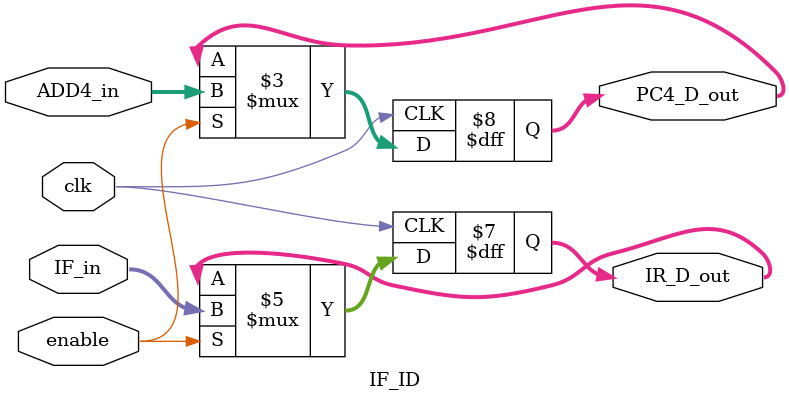
<source format=v>
`timescale 1ns / 1ps
module IF_ID( enable , clk , IF_in , ADD4_in , IR_D_out , PC4_D_out);
	 input enable;
	 input clk;
    input [31:0] IF_in;
    input [31:0] ADD4_in;
	 
    output [31:0] IR_D_out;
    output [31:0] PC4_D_out;
	 
	 initial IR_D_out = 0 ;
	 
	 reg[31:0] IR_D_out , PC4_D_out ;
	 
	 always @(posedge clk)
		if(enable)
			begin
				IR_D_out <= IF_in ;
				PC4_D_out <= ADD4_in ;
			end

endmodule

</source>
